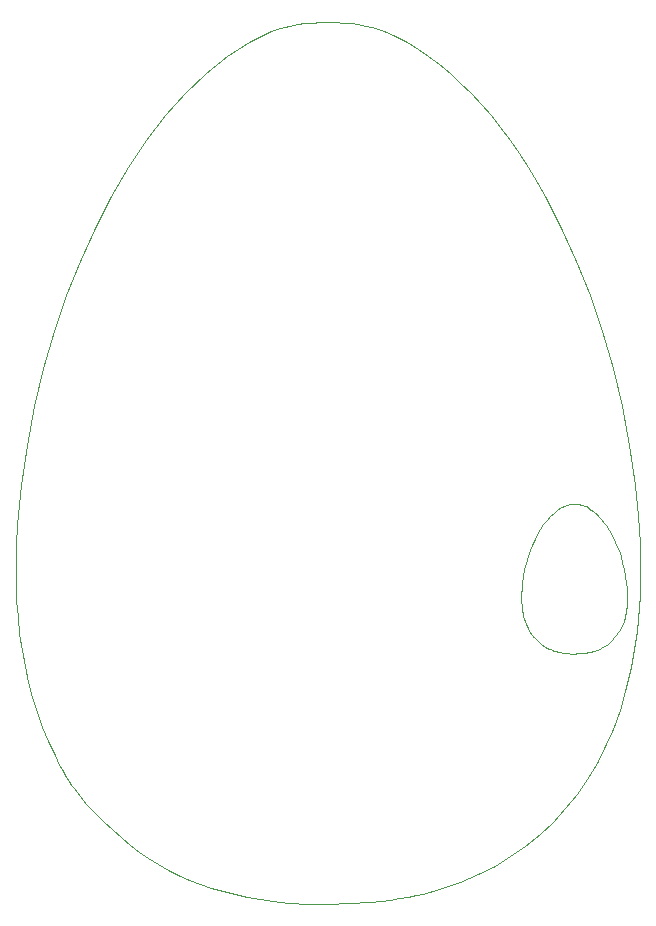
<source format=gbr>
%TF.GenerationSoftware,KiCad,Pcbnew,(6.0.6)*%
%TF.CreationDate,2022-07-20T09:39:35-07:00*%
%TF.ProjectId,ElectronicEggDrop,456c6563-7472-46f6-9e69-634567674472,rev?*%
%TF.SameCoordinates,Original*%
%TF.FileFunction,Profile,NP*%
%FSLAX46Y46*%
G04 Gerber Fmt 4.6, Leading zero omitted, Abs format (unit mm)*
G04 Created by KiCad (PCBNEW (6.0.6)) date 2022-07-20 09:39:35*
%MOMM*%
%LPD*%
G01*
G04 APERTURE LIST*
%TA.AperFunction,Profile*%
%ADD10C,0.025399*%
%TD*%
%TA.AperFunction,Profile*%
%ADD11C,0.004306*%
%TD*%
G04 APERTURE END LIST*
D10*
X110955611Y-130290463D02*
X110755790Y-129884972D01*
D11*
X151508676Y-120070618D02*
X151381808Y-119940973D01*
D10*
X111953453Y-132047527D02*
X111746614Y-131722071D01*
X109262709Y-126233297D02*
X108865549Y-124967472D01*
D11*
X150850901Y-119200795D02*
X150817025Y-119132050D01*
D10*
X109774374Y-97090331D02*
X110679355Y-93949659D01*
D11*
X158825415Y-113571414D02*
X158955767Y-114118867D01*
D10*
X159048980Y-124434594D02*
X158580224Y-126060765D01*
X132570500Y-67846666D02*
X133224333Y-67810711D01*
X111545642Y-131386665D02*
X111348306Y-131038280D01*
X135197799Y-67846666D02*
X135839665Y-67906591D01*
D11*
X151619884Y-111109385D02*
X151867316Y-110689362D01*
X150650643Y-113572315D02*
X150804067Y-113039870D01*
D10*
X133224333Y-67810711D02*
X133884150Y-67798726D01*
X140648716Y-141868040D02*
X139909930Y-141985810D01*
D11*
X159218875Y-116275331D02*
X159221483Y-116463394D01*
X150334207Y-115248344D02*
X150414302Y-114679107D01*
D10*
X129108230Y-68565766D02*
X129600509Y-68385991D01*
D11*
X154448797Y-121261828D02*
X154180401Y-121250958D01*
X153294837Y-109092601D02*
X153608541Y-108891805D01*
D10*
X107500344Y-112057038D02*
X107589163Y-110413964D01*
D11*
X151867316Y-110689362D02*
X152129320Y-110299490D01*
X150520251Y-114119579D02*
X150650643Y-113572315D01*
D10*
X153644037Y-85197673D02*
X154906137Y-87985107D01*
X142399300Y-70666716D02*
X143308753Y-71354665D01*
X114835540Y-135421166D02*
X114835540Y-135421166D01*
X116325886Y-136803079D02*
X115573617Y-136132831D01*
D11*
X150724080Y-118929442D02*
X150639719Y-118723207D01*
X152404484Y-109942323D02*
X152691398Y-109620416D01*
D10*
X123565303Y-72103961D02*
X125371362Y-70666342D01*
D11*
X158497092Y-112523783D02*
X158672056Y-113038872D01*
D10*
X129108230Y-68565766D02*
X129108230Y-68565766D01*
D11*
X156104653Y-121117821D02*
X156000399Y-121141638D01*
X157609239Y-110688782D02*
X157734830Y-110895103D01*
D10*
X139608018Y-68989629D02*
X140547898Y-69482324D01*
D11*
X156104653Y-121117821D02*
X156104653Y-121117821D01*
X153226967Y-121082525D02*
X153060882Y-121032231D01*
X155884876Y-121163570D02*
X155759626Y-121183538D01*
X150437678Y-118079047D02*
X150387192Y-117854611D01*
X150258096Y-116380148D02*
X150265121Y-116109651D01*
D10*
X159048980Y-124434594D02*
X159048980Y-124434594D01*
X138660064Y-68565766D02*
X139608018Y-68989629D01*
X145089993Y-72912702D02*
X145959711Y-73779042D01*
D11*
X150303223Y-115544118D02*
X150334207Y-115248344D01*
X157211280Y-110116327D02*
X157347289Y-110299076D01*
X151174372Y-112029658D02*
X151388432Y-111557001D01*
X157480000Y-110490000D02*
X157609239Y-110688782D01*
X154739897Y-121261681D02*
X154448797Y-121261828D01*
X150985000Y-119443505D02*
X150950928Y-119386642D01*
D10*
X159518034Y-122405316D02*
X159297061Y-123416277D01*
D11*
X154102367Y-108679596D02*
X154199011Y-108657246D01*
X151135015Y-119659222D02*
X151094695Y-119606026D01*
X150268325Y-116898449D02*
X150259148Y-116642958D01*
D10*
X138660064Y-68565766D02*
X138660064Y-68565766D01*
D11*
X151633802Y-120191269D02*
X151508676Y-120070618D01*
D10*
X108220406Y-122349862D02*
X107971882Y-120993723D01*
X159297061Y-123416277D02*
X159048980Y-124434594D01*
X117879216Y-138022275D02*
X117093901Y-137432647D01*
X143554273Y-141139184D02*
X141945068Y-141598229D01*
X131304718Y-67990486D02*
X131928634Y-67906591D01*
D11*
X154406500Y-108624736D02*
X154515317Y-108614577D01*
D10*
X115491502Y-82562526D02*
X116951002Y-80084989D01*
X159879333Y-120390834D02*
X159712068Y-121398054D01*
X130594698Y-142383751D02*
X129876023Y-142326217D01*
D11*
X153758102Y-121200036D02*
X153575314Y-121166303D01*
D10*
X143308753Y-71354665D02*
X144205995Y-72103952D01*
X123991364Y-141093309D02*
X123041435Y-140762606D01*
D11*
X155708402Y-108808347D02*
X155867743Y-108891875D01*
D10*
X118496451Y-77785292D02*
X120119529Y-75678508D01*
X148472852Y-76704865D02*
X149275113Y-77782827D01*
D11*
X157572888Y-120428218D02*
X157357256Y-120579290D01*
D10*
X153978971Y-134376577D02*
X152929983Y-135506280D01*
D11*
X156639419Y-120946941D02*
X156377463Y-121039998D01*
D10*
X121224558Y-139996134D02*
X120354502Y-139558891D01*
X159387783Y-103616389D02*
X159860427Y-106976540D01*
D11*
X153947030Y-121228439D02*
X153947030Y-121228439D01*
X157776213Y-120263371D02*
X157572888Y-120428218D01*
D10*
X160134238Y-118361896D02*
X160020000Y-119380000D01*
X158762879Y-100314217D02*
X159387783Y-103616389D01*
X118683385Y-138572699D02*
X117879216Y-138022275D01*
D11*
X157856597Y-111108646D02*
X158087960Y-111556129D01*
X153398357Y-121127174D02*
X153226967Y-121082525D01*
D10*
X119507963Y-139084659D02*
X118683385Y-138572699D01*
D11*
X151381808Y-119940973D02*
X151325163Y-119880808D01*
D10*
X150605633Y-137530539D02*
X149333701Y-138421653D01*
D11*
X159141839Y-115248344D02*
X159185335Y-115678953D01*
X159145075Y-117522493D02*
X159116723Y-117693249D01*
X156930072Y-109776624D02*
X157072149Y-109942070D01*
X150917474Y-119327578D02*
X150884257Y-119265800D01*
D10*
X107589163Y-110413964D02*
X107725092Y-108721190D01*
D11*
X154058567Y-121241194D02*
X153947030Y-121228439D01*
D10*
X151804966Y-136558174D02*
X150605633Y-137530539D01*
X127025762Y-141884150D02*
X125981973Y-141653343D01*
X133884150Y-67798726D02*
X134543966Y-67810711D01*
X123041435Y-140762606D02*
X122119684Y-140397127D01*
D11*
X156025540Y-108986754D02*
X156181617Y-109092667D01*
D10*
X125371362Y-70666342D02*
X127221777Y-69481919D01*
X158023432Y-127621175D02*
X157380321Y-129114104D01*
D11*
X159221483Y-116463394D02*
X159219757Y-116647124D01*
X152024673Y-120511593D02*
X151891537Y-120411632D01*
X157966939Y-120085042D02*
X157776213Y-120263371D01*
D10*
X154950214Y-133170787D02*
X153978971Y-134376577D01*
D11*
X150817025Y-119132050D02*
X150817025Y-119132050D01*
D10*
X150820251Y-80081543D02*
X151561060Y-81298549D01*
X157993989Y-97085013D02*
X158762879Y-100314217D01*
X159860427Y-106976540D02*
X159860427Y-106976540D01*
D11*
X152691398Y-109620416D02*
X152988653Y-109336323D01*
X158301926Y-112028688D02*
X158497092Y-112523783D01*
X150387192Y-117854611D02*
X150345059Y-117624703D01*
X154626163Y-108608481D02*
X154738023Y-108606449D01*
X151223559Y-119767227D02*
X151177844Y-119712784D01*
X155175319Y-108638959D02*
X155277035Y-108657246D01*
D10*
X111348306Y-131038280D02*
X111152373Y-130673889D01*
D11*
X155626189Y-121201463D02*
X155340916Y-121230867D01*
D10*
X145959711Y-73779042D02*
X146814117Y-74701098D01*
D11*
X159061709Y-114678691D02*
X159141839Y-115248344D01*
D10*
X129218078Y-142251046D02*
X129218078Y-142251031D01*
D11*
X156377463Y-121039998D02*
X156104653Y-121117821D01*
D10*
X120119529Y-75678508D02*
X121811920Y-73779707D01*
X158580224Y-126060765D02*
X158023432Y-127621175D01*
X109005252Y-100318416D02*
X109774374Y-97090331D01*
X140547898Y-69482324D02*
X141478670Y-70041978D01*
D11*
X151891537Y-120411632D02*
X151761335Y-120304899D01*
D10*
X130704736Y-68098351D02*
X131304718Y-67990486D01*
D11*
X152444314Y-120772099D02*
X152300798Y-120691702D01*
X150414302Y-114679107D02*
X150520251Y-114119579D01*
D10*
X113753080Y-134301541D02*
X113442680Y-133960930D01*
D11*
X154300727Y-108638959D02*
X154406500Y-108624736D01*
D10*
X154906137Y-87985107D02*
X156057345Y-90905468D01*
D11*
X156000399Y-121141638D02*
X155884876Y-121163570D01*
X158309433Y-119689102D02*
X158144776Y-119893522D01*
D10*
X160274181Y-111895825D02*
X160314946Y-113034339D01*
X111746614Y-131722071D02*
X111545642Y-131386665D01*
D11*
X155340916Y-121230867D02*
X155041377Y-121251150D01*
X155464236Y-108706010D02*
X155547692Y-108736488D01*
X152161005Y-120604908D02*
X152024673Y-120511593D01*
D10*
X114126269Y-85202833D02*
X115491502Y-82562526D01*
X113153769Y-133631570D02*
X112884117Y-133310431D01*
D11*
X158598043Y-119242732D02*
X158460619Y-119472075D01*
D10*
X124971025Y-141389976D02*
X123991364Y-141093309D01*
X157380321Y-129114104D02*
X156652603Y-130537829D01*
X112393660Y-132680707D02*
X112168391Y-132366063D01*
X160222218Y-117332865D02*
X160134238Y-118361896D01*
D11*
X158721416Y-119001366D02*
X158598043Y-119242732D01*
X157129606Y-120716295D02*
X156890231Y-120838943D01*
X150280179Y-115831098D02*
X150303223Y-115544118D01*
D10*
X137063561Y-68098351D02*
X137633624Y-68230186D01*
D11*
X152899838Y-120976167D02*
X152743570Y-120914207D01*
X151325163Y-119880808D02*
X151272539Y-119823064D01*
X158672056Y-113038872D02*
X158825415Y-113571414D01*
D10*
X129600509Y-68385991D02*
X130134672Y-68230186D01*
D11*
X152988653Y-109336323D02*
X153294837Y-109092601D01*
D10*
X112884117Y-133310431D02*
X112631491Y-132994486D01*
X132177898Y-142447768D02*
X130594698Y-142383751D01*
X147990883Y-139229796D02*
X146578896Y-139953246D01*
X110207559Y-128689869D02*
X109709955Y-127473370D01*
X137633624Y-68230186D02*
X138167786Y-68385991D01*
D11*
X151020065Y-119498681D02*
X150985000Y-119443505D01*
D10*
X128103946Y-142083133D02*
X127025762Y-141884150D01*
X149275113Y-77782827D02*
X150057924Y-78909011D01*
X145099455Y-140590282D02*
X143554273Y-141139184D01*
D11*
X156785222Y-109620306D02*
X156930072Y-109776624D01*
X158460619Y-119472075D02*
X158309433Y-119689102D01*
X150950928Y-119386642D02*
X150917474Y-119327578D01*
D10*
X156652603Y-130537829D02*
X155841996Y-131890631D01*
X107458904Y-113652591D02*
X107500344Y-112057038D01*
X127221777Y-69481919D02*
X129108230Y-68565766D01*
X130134672Y-68230186D02*
X130704736Y-68098351D01*
D11*
X150285672Y-117146991D02*
X150268325Y-116898449D01*
X158955767Y-114118867D02*
X159061709Y-114678691D01*
D10*
X141330124Y-141738691D02*
X140648716Y-141868040D01*
X108380308Y-103618843D02*
X109005252Y-100318416D01*
D11*
X153608541Y-108891805D02*
X153928353Y-108736488D01*
X154849883Y-108608481D02*
X154960728Y-108614577D01*
D10*
X125981973Y-141653343D02*
X124971025Y-141389976D01*
D11*
X159185335Y-115678953D02*
X159211962Y-116082317D01*
D10*
X109709955Y-127473370D02*
X109262709Y-126233297D01*
D11*
X156181617Y-109092667D02*
X156335799Y-109209297D01*
X155069545Y-108624736D02*
X155175319Y-108638959D01*
X155547692Y-108736488D02*
X155547692Y-108736488D01*
D10*
X107907859Y-106976540D02*
X107907859Y-106976540D01*
X135673308Y-142384656D02*
X133894995Y-142446827D01*
X114835540Y-135421166D02*
X114087203Y-134656432D01*
X138167786Y-68385991D02*
X138660064Y-68565766D01*
D11*
X150817025Y-119132050D02*
X150724080Y-118929442D01*
X153575314Y-121166303D02*
X153398357Y-121127174D01*
X150804067Y-113039870D02*
X150979113Y-112524799D01*
D10*
X144205995Y-72103952D02*
X145089993Y-72912702D01*
X129218078Y-142251031D02*
X128103946Y-142083133D01*
X146814117Y-74701098D02*
X147652175Y-75676997D01*
X160020000Y-119380000D02*
X159879333Y-120390834D01*
D11*
X155041377Y-121251150D02*
X154739897Y-121261681D01*
D10*
X107519249Y-116709839D02*
X107465116Y-115202799D01*
X159712068Y-121398054D02*
X159518034Y-122405316D01*
D11*
X154515317Y-108614577D02*
X154626163Y-108608481D01*
X159004312Y-118208038D02*
X158924841Y-118483727D01*
X157072149Y-109942070D02*
X157211280Y-110116327D01*
X151761335Y-120304899D02*
X151633802Y-120191269D01*
X159203182Y-117004069D02*
X159188275Y-117178523D01*
X157734830Y-110895103D02*
X157856597Y-111108646D01*
X157357256Y-120579290D02*
X157129606Y-120716295D01*
D10*
X111152373Y-130673889D02*
X110955611Y-130290463D01*
X160320080Y-115227395D02*
X160284108Y-116289250D01*
X141478670Y-70041978D02*
X142399300Y-70666716D01*
X108518205Y-123673720D02*
X108220406Y-122349862D01*
D11*
X158830445Y-118748267D02*
X158721416Y-119001366D01*
D10*
X112168391Y-132366063D02*
X111953453Y-132047527D01*
D11*
X150345059Y-117624703D02*
X150311234Y-117388952D01*
D10*
X112631491Y-132994486D02*
X112393660Y-132680707D01*
X110755790Y-129884972D02*
X110755790Y-129884972D01*
D11*
X150563896Y-118512976D02*
X150496564Y-118298379D01*
D10*
X150057924Y-78909011D02*
X150820251Y-80081543D01*
D11*
X156637777Y-109473434D02*
X156785222Y-109620306D01*
D10*
X152929983Y-135506280D02*
X151804966Y-136558174D01*
X114087203Y-134656432D02*
X113753080Y-134301541D01*
D11*
X150884257Y-119265800D02*
X150850901Y-119200795D01*
X154960728Y-108614577D02*
X155069545Y-108624736D01*
D10*
X129218078Y-142251046D02*
X129218078Y-142251046D01*
D11*
X150639719Y-118723207D02*
X150563896Y-118512976D01*
D10*
X159860427Y-106976540D02*
X160117102Y-109516541D01*
X152279317Y-82558155D02*
X153644037Y-85197673D01*
X110755790Y-129884972D02*
X110207559Y-128689869D01*
X141945068Y-141598229D02*
X141945068Y-141598229D01*
D11*
X154011810Y-108706010D02*
X154102367Y-108679596D01*
D10*
X113442680Y-133960930D02*
X113153769Y-133631570D01*
X121811920Y-73779707D02*
X123565303Y-72103961D01*
D11*
X159168915Y-117351124D02*
X159145075Y-117522493D01*
X153946984Y-121228500D02*
X153758102Y-121200036D01*
X159004312Y-118208038D02*
X159004312Y-118208038D01*
X152743570Y-120914207D02*
X152591817Y-120846226D01*
D10*
X160284108Y-116289250D02*
X160222218Y-117332865D01*
D11*
X151388432Y-111557001D02*
X151619884Y-111109385D01*
X155547692Y-108736488D02*
X155708402Y-108808347D01*
D10*
X112863621Y-87990839D02*
X114126269Y-85202833D01*
D11*
X159046371Y-118035402D02*
X159004312Y-118208038D01*
D10*
X135839665Y-67906591D02*
X136463580Y-67990486D01*
D11*
X158087960Y-111556129D02*
X158301926Y-112028688D01*
D10*
X133894995Y-142446827D02*
X132177898Y-142447768D01*
D11*
X154199011Y-108657246D02*
X154300727Y-108638959D01*
X159141839Y-115248344D02*
X159141839Y-115248344D01*
D10*
X115573617Y-136132831D02*
X114835540Y-135421166D01*
D11*
X150496564Y-118298379D02*
X150437678Y-118079047D01*
D10*
X141945068Y-141598229D02*
X141330124Y-141738691D01*
X107465116Y-115202799D02*
X107458904Y-113652591D01*
X160330303Y-114143644D02*
X160320080Y-115227395D01*
D11*
X151056505Y-119552683D02*
X151020065Y-119498681D01*
X153928353Y-108736488D02*
X154011810Y-108706010D01*
X155759626Y-121183538D02*
X155626189Y-121201463D01*
X159083832Y-117864012D02*
X159046371Y-118035402D01*
X158924841Y-118483727D02*
X158830445Y-118748267D01*
D10*
X107621574Y-118175888D02*
X107519249Y-116709839D01*
X147652175Y-75676997D02*
X148472852Y-76704865D01*
X117093901Y-137432647D02*
X116325886Y-136803079D01*
D11*
X158144776Y-119893522D02*
X157966939Y-120085042D01*
X152300798Y-120691702D02*
X152161005Y-120604908D01*
X151508676Y-120070618D02*
X151508676Y-120070618D01*
X159116723Y-117693249D02*
X159083832Y-117864012D01*
X159211962Y-116082317D02*
X159218875Y-116275331D01*
D10*
X111711877Y-90911471D02*
X112863621Y-87990839D01*
X108865549Y-124967472D02*
X108518205Y-123673720D01*
D11*
X153928353Y-108736488D02*
X153928353Y-108736488D01*
X151272539Y-119823064D02*
X151223559Y-119767227D01*
X159219757Y-116647124D02*
X159213666Y-116827143D01*
X154738023Y-108606449D02*
X154849883Y-108608481D01*
D10*
X155841996Y-131890631D02*
X154950214Y-133170787D01*
X156057345Y-90905468D02*
X157089387Y-93943767D01*
D11*
X152591817Y-120846226D02*
X152444314Y-120772099D01*
D10*
X157089387Y-93943767D02*
X157993989Y-97085013D01*
D11*
X155867743Y-108891875D02*
X156025540Y-108986754D01*
D10*
X107971882Y-120993723D02*
X107772361Y-119603123D01*
D11*
X150334207Y-115248344D02*
X150334207Y-115248344D01*
D10*
X151561060Y-81298549D02*
X152279317Y-82558155D01*
D11*
X151094695Y-119606026D02*
X151056505Y-119552683D01*
D10*
X110679355Y-93949659D02*
X111711877Y-90911471D01*
D11*
X156335799Y-109209297D02*
X156487911Y-109336325D01*
D10*
X139909930Y-141985810D02*
X139122851Y-142091534D01*
D11*
X152129320Y-110299490D02*
X152404484Y-109942323D01*
D10*
X160314946Y-113034339D02*
X160330303Y-114143644D01*
D11*
X157347289Y-110299076D02*
X157480000Y-110490000D01*
D10*
X107772361Y-119603123D02*
X107621574Y-118175888D01*
X136463580Y-67990486D02*
X137063561Y-68098351D01*
X149333701Y-138421653D02*
X147990883Y-139229796D01*
D11*
X150259148Y-116642958D02*
X150258096Y-116380148D01*
X159188275Y-117178523D02*
X159168915Y-117351124D01*
X150311234Y-117388952D02*
X150285672Y-117146991D01*
X156487911Y-109336325D02*
X156637777Y-109473434D01*
D10*
X122119684Y-140397127D02*
X121224558Y-139996134D01*
D11*
X150979113Y-112524799D02*
X151174372Y-112029658D01*
D10*
X116951002Y-80084989D02*
X118496451Y-77785292D01*
D11*
X155277035Y-108657246D02*
X155373678Y-108679596D01*
X156890231Y-120838943D02*
X156639419Y-120946941D01*
D10*
X160117102Y-109516541D02*
X160274181Y-111895825D01*
X107907859Y-106976540D02*
X108380308Y-103618843D01*
X137440155Y-142264982D02*
X135673308Y-142384656D01*
X139122851Y-142091534D02*
X137440155Y-142264982D01*
D11*
X151177844Y-119712784D02*
X151135015Y-119659222D01*
X153947030Y-121228439D02*
X153946984Y-121228500D01*
D10*
X134543966Y-67810711D02*
X135197799Y-67846666D01*
D11*
X154180401Y-121250958D02*
X154058567Y-121241194D01*
X150265121Y-116109651D02*
X150280179Y-115831098D01*
D10*
X107725092Y-108721190D02*
X107907859Y-106976540D01*
X120354502Y-139558891D02*
X119507963Y-139084659D01*
D11*
X159213666Y-116827143D02*
X159203182Y-117004069D01*
D10*
X129876023Y-142326217D02*
X129218078Y-142251046D01*
X146578896Y-139953246D02*
X145099455Y-140590282D01*
X131928634Y-67906591D02*
X132570500Y-67846666D01*
D11*
X155373678Y-108679596D02*
X155464236Y-108706010D01*
X153060882Y-121032231D02*
X152899838Y-120976167D01*
M02*

</source>
